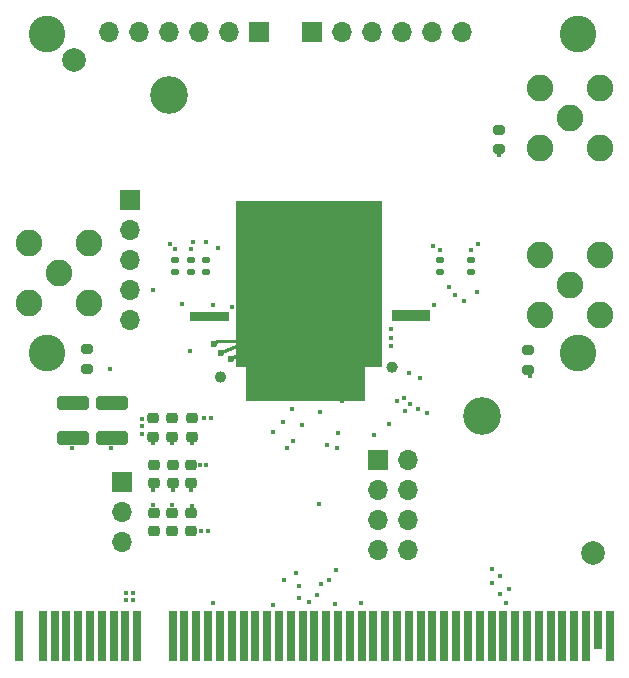
<source format=gbr>
G04 #@! TF.GenerationSoftware,KiCad,Pcbnew,7.0.7-7.0.7~ubuntu22.04.1*
G04 #@! TF.CreationDate,2023-09-29T12:00:57+02:00*
G04 #@! TF.ProjectId,astropix_v4,61737472-6f70-4697-985f-76342e6b6963,1.0*
G04 #@! TF.SameCoordinates,Original*
G04 #@! TF.FileFunction,Soldermask,Top*
G04 #@! TF.FilePolarity,Negative*
%FSLAX46Y46*%
G04 Gerber Fmt 4.6, Leading zero omitted, Abs format (unit mm)*
G04 Created by KiCad (PCBNEW 7.0.7-7.0.7~ubuntu22.04.1) date 2023-09-29 12:00:57*
%MOMM*%
%LPD*%
G01*
G04 APERTURE LIST*
G04 Aperture macros list*
%AMRoundRect*
0 Rectangle with rounded corners*
0 $1 Rounding radius*
0 $2 $3 $4 $5 $6 $7 $8 $9 X,Y pos of 4 corners*
0 Add a 4 corners polygon primitive as box body*
4,1,4,$2,$3,$4,$5,$6,$7,$8,$9,$2,$3,0*
0 Add four circle primitives for the rounded corners*
1,1,$1+$1,$2,$3*
1,1,$1+$1,$4,$5*
1,1,$1+$1,$6,$7*
1,1,$1+$1,$8,$9*
0 Add four rect primitives between the rounded corners*
20,1,$1+$1,$2,$3,$4,$5,0*
20,1,$1+$1,$4,$5,$6,$7,0*
20,1,$1+$1,$6,$7,$8,$9,0*
20,1,$1+$1,$8,$9,$2,$3,0*%
%AMFreePoly0*
4,1,19,12.075000,0.104904,12.129904,0.050000,12.150000,-0.025000,12.129904,-0.100000,12.075000,-0.154904,12.000000,-0.175000,-0.600900,-0.175000,-0.935151,-0.335257,-1.011467,-0.349561,-1.084712,-0.323790,-1.135257,-0.264849,-1.149561,-0.188533,-1.123790,-0.115288,-1.064849,-0.064743,-0.699849,0.110257,-0.667146,0.116386,-0.635000,0.125000,12.000000,0.125000,12.075000,0.104904,12.075000,0.104904,
$1*%
%AMFreePoly1*
4,1,19,10.975000,0.129904,11.029904,0.075000,11.050000,0.000000,11.029904,-0.075000,10.975000,-0.129904,10.900000,-0.150000,-0.236351,-0.150000,-1.344715,-0.589440,-1.421842,-0.598401,-1.493117,-0.567598,-1.539440,-0.505285,-1.548401,-0.428158,-1.517598,-0.356883,-1.455285,-0.310560,-0.320285,0.139440,-0.292257,0.142696,-0.265000,0.150000,10.900000,0.150000,10.975000,0.129904,10.975000,0.129904,
$1*%
%AMFreePoly2*
4,1,19,9.775000,0.104904,9.829904,0.050000,9.850000,-0.025000,9.829904,-0.100000,9.775000,-0.154904,9.700000,-0.175000,-0.369999,-0.175000,-1.842308,-0.788462,-1.919268,-0.798758,-1.991065,-0.769194,-2.038462,-0.707692,-2.048758,-0.630732,-2.019194,-0.558935,-1.957692,-0.511538,-0.457692,0.113462,-0.428470,0.117371,-0.400000,0.125000,9.700000,0.125000,9.775000,0.104904,9.775000,0.104904,
$1*%
G04 Aperture macros list end*
%ADD10C,0.120000*%
%ADD11C,0.475000*%
%ADD12C,0.100000*%
%ADD13RoundRect,0.225000X-0.250000X0.225000X-0.250000X-0.225000X0.250000X-0.225000X0.250000X0.225000X0*%
%ADD14C,2.250000*%
%ADD15R,1.700000X1.700000*%
%ADD16O,1.700000X1.700000*%
%ADD17RoundRect,0.250000X1.100000X-0.325000X1.100000X0.325000X-1.100000X0.325000X-1.100000X-0.325000X0*%
%ADD18C,2.000000*%
%ADD19RoundRect,0.225000X0.250000X-0.225000X0.250000X0.225000X-0.250000X0.225000X-0.250000X-0.225000X0*%
%ADD20RoundRect,0.200000X-0.275000X0.200000X-0.275000X-0.200000X0.275000X-0.200000X0.275000X0.200000X0*%
%ADD21RoundRect,0.135000X0.185000X-0.135000X0.185000X0.135000X-0.185000X0.135000X-0.185000X-0.135000X0*%
%ADD22C,3.200000*%
%ADD23RoundRect,0.135000X-0.185000X0.135000X-0.185000X-0.135000X0.185000X-0.135000X0.185000X0.135000X0*%
%ADD24R,0.400000X0.500000*%
%ADD25R,0.125000X0.600000*%
%ADD26R,0.600000X0.125000*%
%ADD27FreePoly0,0.000000*%
%ADD28FreePoly1,0.000000*%
%ADD29FreePoly2,0.000000*%
%ADD30R,0.700000X4.300000*%
%ADD31R,0.700000X3.200000*%
%ADD32C,3.100000*%
%ADD33C,0.450000*%
%ADD34C,0.600000*%
G04 APERTURE END LIST*
D10*
G04 #@! TO.C,U1*
X125372500Y-82970000D02*
X135414500Y-82970000D01*
X135414500Y-82970000D02*
X135414500Y-85745000D01*
X135414500Y-85745000D02*
X125372500Y-85745000D01*
X125372500Y-85745000D02*
X125372500Y-82970000D01*
G36*
X125372500Y-82970000D02*
G01*
X135414500Y-82970000D01*
X135414500Y-85745000D01*
X125372500Y-85745000D01*
X125372500Y-82970000D01*
G37*
D11*
X123460000Y-83820000D02*
G75*
G03*
X123460000Y-83820000I-237500J0D01*
G01*
X137985000Y-82995000D02*
G75*
G03*
X137985000Y-82995000I-237500J0D01*
G01*
D12*
X123882500Y-79032500D02*
X120682500Y-79032500D01*
X120682500Y-78312500D01*
X123882500Y-78312500D01*
X123882500Y-79032500D01*
G36*
X123882500Y-79032500D02*
G01*
X120682500Y-79032500D01*
X120682500Y-78312500D01*
X123882500Y-78312500D01*
X123882500Y-79032500D01*
G37*
X136822500Y-82895000D02*
X124522500Y-82895000D01*
X124522500Y-68895000D01*
X136822500Y-68895000D01*
X136822500Y-82895000D01*
G36*
X136822500Y-82895000D02*
G01*
X124522500Y-82895000D01*
X124522500Y-68895000D01*
X136822500Y-68895000D01*
X136822500Y-82895000D01*
G37*
X140917500Y-78990000D02*
X137717500Y-78990000D01*
X137717500Y-78140000D01*
X140917500Y-78140000D01*
X140917500Y-78990000D01*
G36*
X140917500Y-78990000D02*
G01*
X137717500Y-78990000D01*
X137717500Y-78140000D01*
X140917500Y-78140000D01*
X140917500Y-78990000D01*
G37*
G04 #@! TD*
D13*
G04 #@! TO.C,C8*
X120751600Y-91274600D03*
X120751600Y-92824600D03*
G04 #@! TD*
G04 #@! TO.C,C9*
X119176800Y-91274600D03*
X119176800Y-92824600D03*
G04 #@! TD*
G04 #@! TO.C,C10*
X117551200Y-91274600D03*
X117551200Y-92824600D03*
G04 #@! TD*
D14*
G04 #@! TO.C,J6*
X109520000Y-75000000D03*
X106980000Y-77540000D03*
X112060000Y-77540000D03*
X106980000Y-72460000D03*
X112060000Y-72460000D03*
G04 #@! TD*
D15*
G04 #@! TO.C,J9*
X126492000Y-54610000D03*
D16*
X123952000Y-54610000D03*
X121412000Y-54610000D03*
X118872000Y-54610000D03*
X116332000Y-54610000D03*
X113792000Y-54610000D03*
G04 #@! TD*
D17*
G04 #@! TO.C,C6*
X110693200Y-88978000D03*
X110693200Y-86028000D03*
G04 #@! TD*
G04 #@! TO.C,C4*
X113995200Y-88978000D03*
X113995200Y-86028000D03*
G04 #@! TD*
D18*
G04 #@! TO.C,FID2*
X154800000Y-98700000D03*
G04 #@! TD*
D15*
G04 #@! TO.C,J10*
X130937000Y-54610000D03*
D16*
X133477000Y-54610000D03*
X136017000Y-54610000D03*
X138557000Y-54610000D03*
X141097000Y-54610000D03*
X143637000Y-54610000D03*
G04 #@! TD*
D15*
G04 #@! TO.C,JP1*
X114909600Y-92710000D03*
D16*
X114909600Y-95250000D03*
X114909600Y-97790000D03*
G04 #@! TD*
D19*
G04 #@! TO.C,C11*
X120751600Y-96863200D03*
X120751600Y-95313200D03*
G04 #@! TD*
G04 #@! TO.C,C13*
X119151400Y-96863200D03*
X119151400Y-95313200D03*
G04 #@! TD*
D20*
G04 #@! TO.C,R12*
X111900000Y-81475000D03*
X111900000Y-83125000D03*
G04 #@! TD*
D19*
G04 #@! TO.C,C14*
X117576600Y-96863200D03*
X117576600Y-95313200D03*
G04 #@! TD*
D21*
G04 #@! TO.C,R13*
X122000000Y-74910000D03*
X122000000Y-73890000D03*
G04 #@! TD*
G04 #@! TO.C,R14*
X119400000Y-74910000D03*
X119400000Y-73890000D03*
G04 #@! TD*
G04 #@! TO.C,R10*
X120700000Y-74910000D03*
X120700000Y-73890000D03*
G04 #@! TD*
D22*
G04 #@! TO.C,H1*
X118850000Y-59950000D03*
G04 #@! TD*
D18*
G04 #@! TO.C,FID1*
X110800000Y-57000000D03*
G04 #@! TD*
D22*
G04 #@! TO.C,H2*
X145400000Y-87100000D03*
G04 #@! TD*
D23*
G04 #@! TO.C,R18*
X141800000Y-73890000D03*
X141800000Y-74910000D03*
G04 #@! TD*
D14*
G04 #@! TO.C,J4*
X152800000Y-76000000D03*
X155340000Y-73460000D03*
X150260000Y-73460000D03*
X155340000Y-78540000D03*
X150260000Y-78540000D03*
G04 #@! TD*
D13*
G04 #@! TO.C,C2*
X120800000Y-87325000D03*
X120800000Y-88875000D03*
G04 #@! TD*
D15*
G04 #@! TO.C,J11*
X115600000Y-68860000D03*
D16*
X115600000Y-71400000D03*
X115600000Y-73940000D03*
X115600000Y-76480000D03*
X115600000Y-79020000D03*
G04 #@! TD*
D13*
G04 #@! TO.C,C15*
X119150000Y-87325000D03*
X119150000Y-88875000D03*
G04 #@! TD*
D15*
G04 #@! TO.C,J2*
X136600000Y-90820000D03*
D16*
X139140000Y-90820000D03*
X136600000Y-93360000D03*
X139140000Y-93360000D03*
X136600000Y-95900000D03*
X139140000Y-95900000D03*
X136600000Y-98440000D03*
X139140000Y-98440000D03*
G04 #@! TD*
D14*
G04 #@! TO.C,J8*
X152800000Y-61900000D03*
X155340000Y-59360000D03*
X150260000Y-59360000D03*
X155340000Y-64440000D03*
X150260000Y-64440000D03*
G04 #@! TD*
D20*
G04 #@! TO.C,R1*
X146800000Y-62875000D03*
X146800000Y-64525000D03*
G04 #@! TD*
D23*
G04 #@! TO.C,R17*
X144400000Y-73880000D03*
X144400000Y-74900000D03*
G04 #@! TD*
D13*
G04 #@! TO.C,C1*
X117550000Y-87325000D03*
X117550000Y-88875000D03*
G04 #@! TD*
D20*
G04 #@! TO.C,R2*
X149300000Y-81575000D03*
X149300000Y-83225000D03*
G04 #@! TD*
D24*
G04 #@! TO.C,U1*
X125747500Y-82895000D03*
D25*
X126472500Y-82770000D03*
X126772500Y-85295000D03*
X127072500Y-85295000D03*
X127272500Y-84045000D03*
X127672500Y-85295000D03*
X127872500Y-82770000D03*
X127972500Y-85295000D03*
X128272500Y-85295000D03*
X128472500Y-84045000D03*
X128572500Y-85295000D03*
X128672500Y-82770000D03*
X128772500Y-84045000D03*
X128872500Y-85295000D03*
X128972500Y-82770000D03*
X129072500Y-84045000D03*
X129172500Y-85295000D03*
X129272500Y-82770000D03*
X129372500Y-84045000D03*
X129472500Y-85295000D03*
X129572500Y-82770000D03*
X129672500Y-84045000D03*
X129872500Y-82770000D03*
X130472500Y-82770000D03*
X130572500Y-84045000D03*
X130672500Y-85295000D03*
X130772500Y-82770000D03*
X130872500Y-84045000D03*
X130972500Y-85295000D03*
X131172500Y-84045000D03*
X131272500Y-85295000D03*
X131372500Y-82770000D03*
X131472500Y-84045000D03*
X131572500Y-85295000D03*
X131772500Y-84045000D03*
X131972500Y-82770000D03*
X132072500Y-84045000D03*
X132272500Y-82770000D03*
X132572500Y-82770000D03*
X132672500Y-84045000D03*
X132772500Y-85295000D03*
X132972500Y-84045000D03*
X133072500Y-85295000D03*
X133372500Y-85295000D03*
X133672500Y-85295000D03*
X133872500Y-84045000D03*
X134172500Y-84045000D03*
X134922500Y-84045000D03*
D26*
X121122500Y-78440000D03*
X122322500Y-78540000D03*
X123472500Y-78640000D03*
X121122500Y-78740000D03*
X122322500Y-78840000D03*
X140467500Y-78835000D03*
X139267500Y-78735000D03*
X138117500Y-78635000D03*
X140467500Y-78535000D03*
X139267500Y-78435000D03*
D27*
X123672500Y-80795000D03*
D28*
X124772500Y-81245000D03*
D29*
X125972500Y-81645000D03*
G04 #@! TD*
D30*
G04 #@! TO.C,J1*
X106172000Y-105791000D03*
X108172000Y-105791000D03*
X109172000Y-105791000D03*
X110172000Y-105791000D03*
X111172000Y-105791000D03*
X112172000Y-105791000D03*
X113172000Y-105791000D03*
X114172000Y-105791000D03*
X115172000Y-105791000D03*
X116172000Y-105791000D03*
X119172000Y-105791000D03*
X120172000Y-105791000D03*
X121172000Y-105791000D03*
X122172000Y-105791000D03*
X123172000Y-105791000D03*
X124172000Y-105791000D03*
X125172000Y-105791000D03*
X126172000Y-105791000D03*
X127172000Y-105791000D03*
X128172000Y-105791000D03*
X129172000Y-105791000D03*
X130172000Y-105791000D03*
X131172000Y-105791000D03*
X132172000Y-105791000D03*
X133172000Y-105791000D03*
X134172000Y-105791000D03*
X135172000Y-105791000D03*
X136172000Y-105791000D03*
X137172000Y-105791000D03*
X138172000Y-105791000D03*
X139172000Y-105791000D03*
X140172000Y-105791000D03*
X141172000Y-105791000D03*
X142172000Y-105791000D03*
X143172000Y-105791000D03*
X144172000Y-105791000D03*
X145172000Y-105791000D03*
X146172000Y-105791000D03*
X147172000Y-105791000D03*
X148172000Y-105791000D03*
X149172000Y-105791000D03*
X150172000Y-105791000D03*
X151172000Y-105791000D03*
X152172000Y-105791000D03*
X153172000Y-105791000D03*
X154172000Y-105791000D03*
D31*
X155172000Y-105241000D03*
D30*
X156172000Y-105791000D03*
G04 #@! TD*
D32*
G04 #@! TO.C,H3*
X108500000Y-54800000D03*
X108500000Y-81800000D03*
X153500000Y-54800000D03*
X153500000Y-81800000D03*
G04 #@! TD*
D33*
X122025400Y-91274600D03*
D34*
X123300000Y-81800000D03*
D33*
X121523700Y-91274600D03*
X117488000Y-76500000D03*
X121551404Y-96863200D03*
X122123200Y-96850200D03*
X120620492Y-81640000D03*
D34*
X122700000Y-81000000D03*
D33*
X113900000Y-83125000D03*
X139200000Y-83490000D03*
X128265771Y-82235272D03*
X129584000Y-100400000D03*
X138150000Y-85850000D03*
X130900000Y-82200000D03*
X135100000Y-103000000D03*
X138850000Y-86700000D03*
X133390000Y-82220000D03*
X131170000Y-83395498D03*
X139950000Y-86550000D03*
X131600000Y-82200000D03*
X139300000Y-86100000D03*
X147660000Y-101787500D03*
X129026827Y-83419502D03*
X131412000Y-102308672D03*
X128941087Y-82187725D03*
X130724000Y-102900000D03*
X146850000Y-102199500D03*
X146200000Y-101300000D03*
X131655441Y-86745913D03*
X129287500Y-86500000D03*
X131690000Y-101370000D03*
X146920000Y-100700000D03*
X132238000Y-89600000D03*
X130184319Y-82203130D03*
X132412000Y-101000000D03*
X145000000Y-72600000D03*
X122560000Y-102920000D03*
X128860000Y-89830000D03*
X137700000Y-81200000D03*
X137700000Y-79800000D03*
X120777000Y-94742000D03*
X131300000Y-85700000D03*
X149411002Y-83769945D03*
X129900000Y-84100000D03*
X117500400Y-93421200D03*
X141200000Y-72700000D03*
X119150000Y-89450000D03*
X115824000Y-102717600D03*
X140700000Y-86900000D03*
X128300000Y-84500000D03*
X134350000Y-83300000D03*
X119176800Y-93421200D03*
X124230000Y-77870000D03*
X132800000Y-82800000D03*
X133120000Y-89800000D03*
X138800000Y-85600000D03*
X120900000Y-72400000D03*
X115214400Y-102743000D03*
X120800000Y-89450000D03*
X140120000Y-83890000D03*
X120751600Y-93421200D03*
X117550000Y-89450000D03*
X115824000Y-102108000D03*
X118988000Y-72558655D03*
X146800000Y-65000000D03*
X110642400Y-89814400D03*
X127640000Y-103090000D03*
X117500388Y-94691200D03*
X132900000Y-103040000D03*
X127300000Y-85300000D03*
X130100000Y-82800000D03*
X119151402Y-94691200D03*
X127700000Y-88500000D03*
X147390000Y-102920000D03*
X128620000Y-101040000D03*
X115214400Y-102108000D03*
X123000000Y-72900000D03*
X146190000Y-100040000D03*
X133521904Y-85818767D03*
X141300000Y-77700000D03*
X144900000Y-76600000D03*
X133030000Y-100200000D03*
X113944400Y-89814398D03*
X137470000Y-87770000D03*
X127200000Y-84500000D03*
X128500000Y-87600000D03*
X130087500Y-87884543D03*
X119400000Y-73000000D03*
X120000000Y-77680000D03*
X122600000Y-77700000D03*
X122000000Y-72400000D03*
X120700000Y-73000000D03*
X143800000Y-77400000D03*
X141800000Y-73099996D03*
X144400000Y-73100000D03*
X143100000Y-76900000D03*
X142600000Y-76200000D03*
X129900000Y-101500000D03*
X129899500Y-102500000D03*
X129400000Y-89250000D03*
X116550000Y-88650000D03*
X122400000Y-87300000D03*
X116550000Y-87400000D03*
D34*
X124100000Y-82300000D03*
D33*
X116550000Y-88000000D03*
X121800000Y-87300000D03*
X137700000Y-80500000D03*
X127200000Y-82600000D03*
X133200000Y-84100000D03*
X131588000Y-94560000D03*
X130388677Y-83422656D03*
X136180000Y-88700000D03*
X133160000Y-88560000D03*
M02*

</source>
